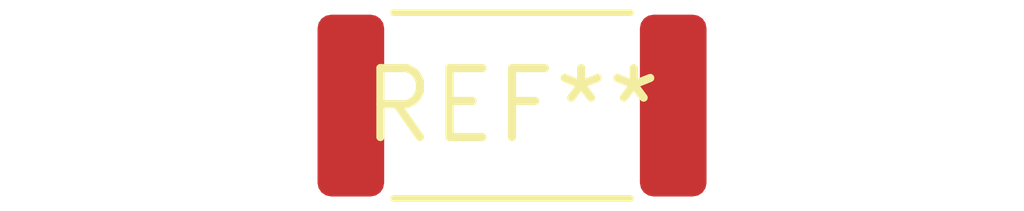
<source format=kicad_pcb>
(kicad_pcb (version 20240108) (generator pcbnew)
  (layers (0 "F.Cu" signal) (31 "B.Cu" signal) (34 "B.Paste" user) (35 "F.Paste" user) (36 "B.SilkS" user "B.Silkscreen") (37 "F.SilkS" user "F.Silkscreen") (38 "B.Mask" user) (39 "F.Mask" user) (44 "Edge.Cuts" user))
  (net 0 "")
  (footprint "R_2512_6332Metric" (layer "F.Cu") (at 0 0)
    (property "Reference" "REF**")
    (property "Value" "R_2512_6332Metric")
    (fp_line (start -2.177064 -1.71) (end 2.177064 -1.71) (layer "F.SilkS") (stroke (width 0.12)))
    (fp_line (start -2.177064 1.71) (end 2.177064 1.71) (layer "F.SilkS") (stroke (width 0.12)))
    (pad "1" smd roundrect (at -2.9625 0) (size 1.225 3.35) (layers "F.Cu" "F.Paste" "F.Mask") (roundrect_rratio 0.204082))
    (pad "2" smd roundrect (at 2.9625 0) (size 1.225 3.35) (layers "F.Cu" "F.Paste" "F.Mask") (roundrect_rratio 0.204082))
  )
)
</source>
